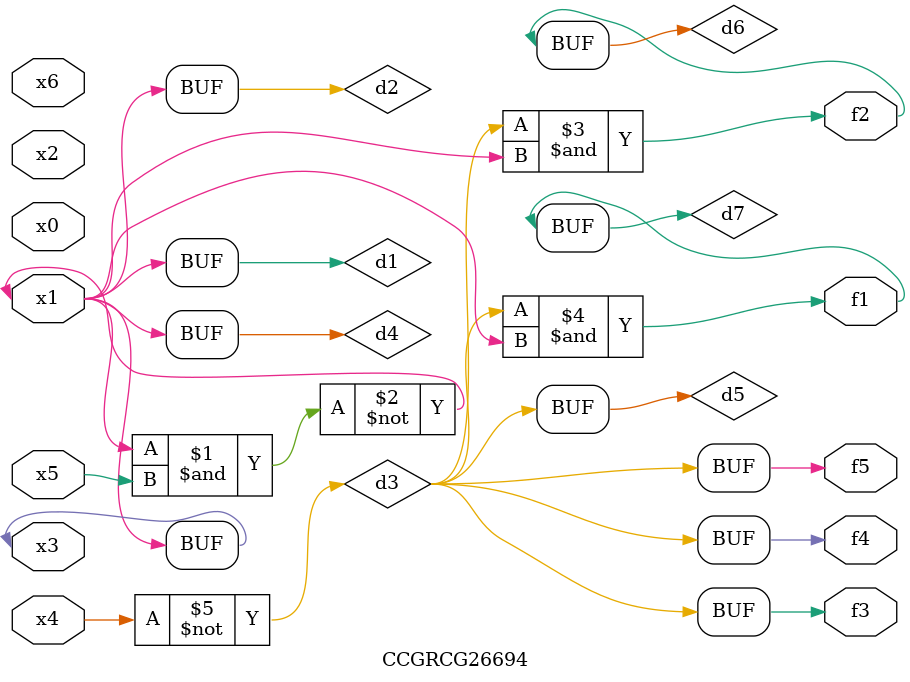
<source format=v>
module CCGRCG26694(
	input x0, x1, x2, x3, x4, x5, x6,
	output f1, f2, f3, f4, f5
);

	wire d1, d2, d3, d4, d5, d6, d7;

	buf (d1, x1, x3);
	nand (d2, x1, x5);
	not (d3, x4);
	buf (d4, d1, d2);
	buf (d5, d3);
	and (d6, d3, d4);
	and (d7, d3, d4);
	assign f1 = d7;
	assign f2 = d6;
	assign f3 = d5;
	assign f4 = d5;
	assign f5 = d5;
endmodule

</source>
